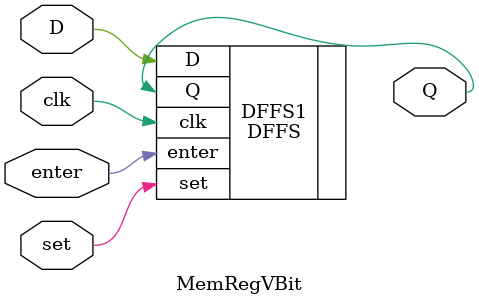
<source format=sv>
`timescale 1ns / 1ps


module MemRegVBit(
    input clk, enter, set, D,
    output Q
    );
    
    DFFS DFFS1 (.clk(clk), .enter(enter), .set(set), .D(D), .Q(Q));
endmodule

</source>
